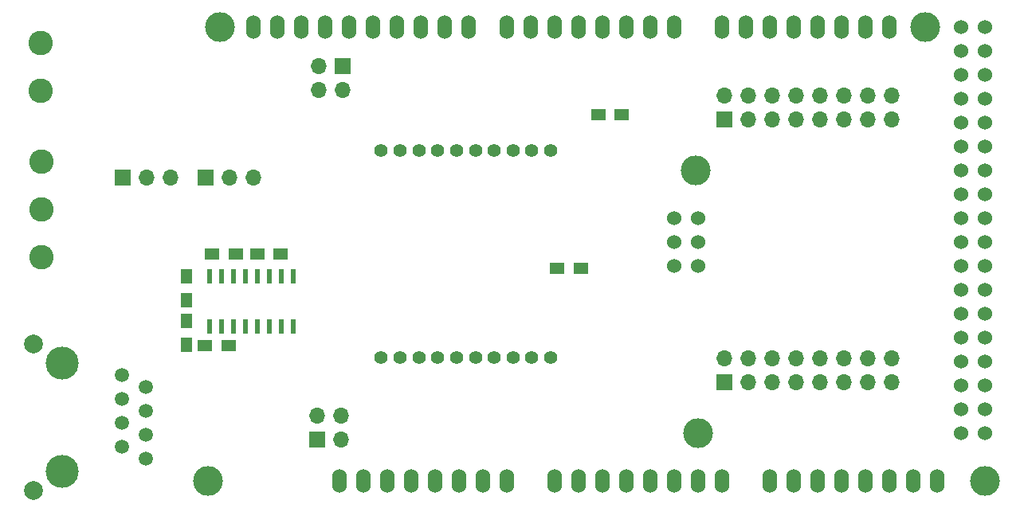
<source format=gbr>
G04 #@! TF.FileFunction,Soldermask,Bot*
%FSLAX46Y46*%
G04 Gerber Fmt 4.6, Leading zero omitted, Abs format (unit mm)*
G04 Created by KiCad (PCBNEW 4.0.4-stable) date 04/28/17 11:07:38*
%MOMM*%
%LPD*%
G01*
G04 APERTURE LIST*
%ADD10C,0.100000*%
%ADD11R,1.500000X1.250000*%
%ADD12O,1.524000X2.540000*%
%ADD13C,3.175000*%
%ADD14C,1.524000*%
%ADD15R,0.600000X1.500000*%
%ADD16R,1.250000X1.500000*%
%ADD17R,1.700000X1.700000*%
%ADD18O,1.700000X1.700000*%
%ADD19C,2.600000*%
%ADD20C,3.500000*%
%ADD21C,2.000000*%
%ADD22C,1.500000*%
%ADD23C,1.400000*%
G04 APERTURE END LIST*
D10*
D11*
X167680000Y-95830000D03*
X165180000Y-95830000D03*
D12*
X182710000Y-70180000D03*
X185250000Y-70180000D03*
X187790000Y-70180000D03*
X190330000Y-70180000D03*
X192870000Y-70180000D03*
X195410000Y-70180000D03*
X197950000Y-70180000D03*
X200490000Y-70180000D03*
X205570000Y-118440000D03*
X203030000Y-118440000D03*
X200490000Y-118440000D03*
X197950000Y-118440000D03*
X187790000Y-118440000D03*
X182710000Y-118440000D03*
X180170000Y-118440000D03*
X190330000Y-118440000D03*
X192870000Y-118440000D03*
X195410000Y-118440000D03*
X177630000Y-118440000D03*
X175090000Y-118440000D03*
X172550000Y-118440000D03*
X164930000Y-118440000D03*
X167470000Y-118440000D03*
X170010000Y-118440000D03*
X159850000Y-118440000D03*
X157310000Y-118440000D03*
X154770000Y-118440000D03*
X149690000Y-118440000D03*
X147150000Y-118440000D03*
X177630000Y-70180000D03*
X175090000Y-70180000D03*
X172550000Y-70180000D03*
X170010000Y-70180000D03*
X167470000Y-70180000D03*
X164930000Y-70180000D03*
X162390000Y-70180000D03*
X159850000Y-70180000D03*
X155786000Y-70180000D03*
X153246000Y-70180000D03*
X150706000Y-70180000D03*
X148166000Y-70180000D03*
X145626000Y-70180000D03*
X143086000Y-70180000D03*
X140546000Y-70180000D03*
X138006000Y-70180000D03*
X152230000Y-118440000D03*
D13*
X210650000Y-118440000D03*
X204300000Y-70180000D03*
X129370000Y-70180000D03*
X128100000Y-118440000D03*
D14*
X208110000Y-72720000D03*
X210650000Y-72720000D03*
X208110000Y-75260000D03*
X210650000Y-75260000D03*
X208110000Y-77800000D03*
X210650000Y-77800000D03*
X208110000Y-80340000D03*
X210650000Y-80340000D03*
X208110000Y-70180000D03*
X210650000Y-70180000D03*
X210650000Y-82880000D03*
X208110000Y-82880000D03*
X208110000Y-85420000D03*
X210650000Y-85420000D03*
X208110000Y-87960000D03*
X210650000Y-87960000D03*
X208110000Y-90500000D03*
X210650000Y-90500000D03*
X208110000Y-93040000D03*
X210650000Y-93040000D03*
X208110000Y-95580000D03*
X210650000Y-95580000D03*
X208110000Y-98120000D03*
X210650000Y-98120000D03*
X208110000Y-100660000D03*
X210650000Y-100660000D03*
X208110000Y-103200000D03*
X210650000Y-103200000D03*
X208110000Y-105740000D03*
X210650000Y-105740000D03*
X208110000Y-108280000D03*
X210650000Y-108280000D03*
X208110000Y-110820000D03*
X210650000Y-110820000D03*
X208110000Y-113360000D03*
X210650000Y-113360000D03*
X177630000Y-90500000D03*
X180170000Y-90500000D03*
X177630000Y-93040000D03*
X180170000Y-93040000D03*
X177630000Y-95580000D03*
X180170000Y-95580000D03*
D13*
X179916000Y-85420000D03*
X180170000Y-113360000D03*
D12*
X144610000Y-118440000D03*
X142070000Y-118440000D03*
X135466000Y-70180000D03*
X132926000Y-70180000D03*
D15*
X128240000Y-96670000D03*
X129510000Y-96670000D03*
X130780000Y-96670000D03*
X132050000Y-96670000D03*
X133320000Y-96670000D03*
X134590000Y-96670000D03*
X135860000Y-96670000D03*
X137130000Y-96670000D03*
X137130000Y-102070000D03*
X135860000Y-102070000D03*
X134590000Y-102070000D03*
X133320000Y-102070000D03*
X132050000Y-102070000D03*
X130780000Y-102070000D03*
X129510000Y-102070000D03*
X128240000Y-102070000D03*
D11*
X135800000Y-94340000D03*
X133300000Y-94340000D03*
D16*
X125770000Y-103950000D03*
X125770000Y-101450000D03*
D11*
X127780000Y-104100000D03*
X130280000Y-104100000D03*
X169570000Y-79490000D03*
X172070000Y-79490000D03*
D16*
X125770000Y-96700000D03*
X125770000Y-99200000D03*
D11*
X128530000Y-94320000D03*
X131030000Y-94320000D03*
D17*
X182950000Y-107970000D03*
D18*
X182950000Y-105430000D03*
X185490000Y-107970000D03*
X185490000Y-105430000D03*
X188030000Y-107970000D03*
X188030000Y-105430000D03*
X190570000Y-107970000D03*
X190570000Y-105430000D03*
X193110000Y-107970000D03*
X193110000Y-105430000D03*
X195650000Y-107970000D03*
X195650000Y-105430000D03*
X198190000Y-107970000D03*
X198190000Y-105430000D03*
X200730000Y-107970000D03*
X200730000Y-105430000D03*
D17*
X139660000Y-114040000D03*
D18*
X139660000Y-111500000D03*
X142200000Y-114040000D03*
X142200000Y-111500000D03*
D17*
X142360000Y-74350000D03*
D18*
X142360000Y-76890000D03*
X139820000Y-74350000D03*
X139820000Y-76890000D03*
D19*
X110370000Y-89560000D03*
X110370000Y-84480000D03*
X110370000Y-94640000D03*
D17*
X119010000Y-86160000D03*
D18*
X121550000Y-86160000D03*
X124090000Y-86160000D03*
D19*
X110280000Y-71910000D03*
X110280000Y-76990000D03*
D20*
X112630000Y-105910000D03*
X112630000Y-117410000D03*
D21*
X109580000Y-103860000D03*
X109580000Y-119460000D03*
D22*
X121520000Y-116105000D03*
X121520000Y-113565000D03*
X121520000Y-111025000D03*
X121520000Y-108485000D03*
X118980000Y-114835000D03*
X118980000Y-112295000D03*
X118980000Y-109755000D03*
X118980000Y-107215000D03*
D17*
X127800000Y-86210000D03*
D18*
X130340000Y-86210000D03*
X132880000Y-86210000D03*
D17*
X182970000Y-80050000D03*
D18*
X182970000Y-77510000D03*
X185510000Y-80050000D03*
X185510000Y-77510000D03*
X188050000Y-80050000D03*
X188050000Y-77510000D03*
X190590000Y-80050000D03*
X190590000Y-77510000D03*
X193130000Y-80050000D03*
X193130000Y-77510000D03*
X195670000Y-80050000D03*
X195670000Y-77510000D03*
X198210000Y-80050000D03*
X198210000Y-77510000D03*
X200750000Y-80050000D03*
X200750000Y-77510000D03*
D23*
X146500000Y-83320000D03*
X148500000Y-83320000D03*
X150500000Y-83320000D03*
X152500000Y-83320000D03*
X154500000Y-83320000D03*
X156500000Y-83320000D03*
X158500000Y-83320000D03*
X160500000Y-83320000D03*
X162500000Y-83320000D03*
X164500000Y-83320000D03*
X164500000Y-105320000D03*
X162500000Y-105320000D03*
X160500000Y-105320000D03*
X158500000Y-105320000D03*
X156500000Y-105320000D03*
X154500000Y-105320000D03*
X152500000Y-105320000D03*
X150500000Y-105320000D03*
X148500000Y-105320000D03*
X146500000Y-105320000D03*
M02*

</source>
